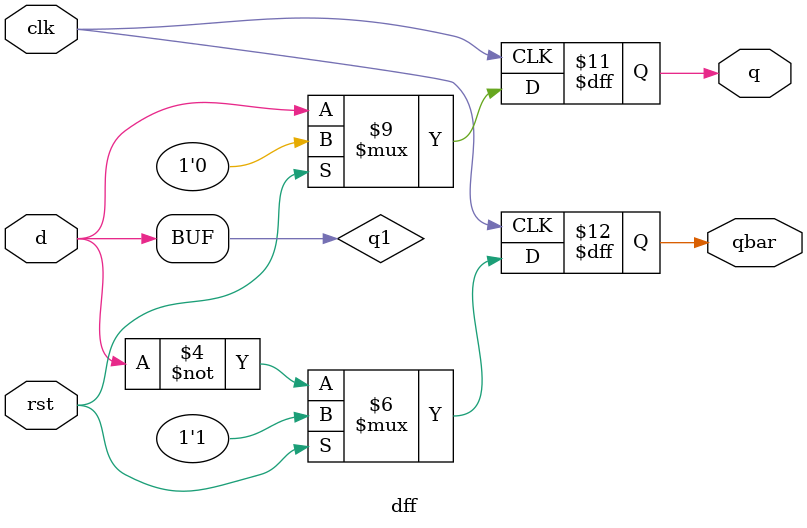
<source format=v>
module dff (
    input d,clk,rst,
    output reg q, qbar
);
    
reg q1,q1bar;

always @(*) begin
    q1=d;
    q1bar=~q1;

end

always @(posedge clk) begin
    if (rst) begin
        q<=1'b0;
        qbar<=1'b1;
    end
    else begin
        q<=q1;
        qbar<=~q1;
    end
end

endmodule   
</source>
